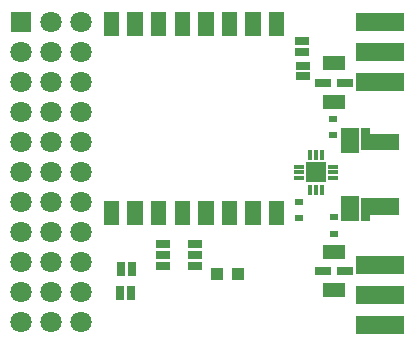
<source format=gbs>
G04 DipTrace Beta 2.3.5.2*
%INBankWank.GBS*%
%MOIN*%
%ADD28R,0.05X0.025*%
%ADD29R,0.0669X0.0669*%
%ADD32R,0.0433X0.0394*%
%ADD33R,0.0315X0.0197*%
%ADD37R,0.025X0.05*%
%ADD41R,0.16X0.06*%
%ADD79R,0.053X0.028*%
%ADD81R,0.075X0.045*%
%ADD83R,0.0473X0.0276*%
%ADD85O,0.0375X0.0158*%
%ADD87O,0.0158X0.0375*%
%ADD109C,0.0709*%
%ADD111R,0.0709X0.0709*%
%FSLAX44Y44*%
G04*
G70*
G90*
G75*
G01*
%LNBotMask*%
%LPD*%
D28*
X10213Y8883D3*
Y9237D3*
D111*
X812Y10687D3*
D109*
X1812D3*
X812Y9687D3*
X1812D3*
X812Y8687D3*
X1812D3*
X812Y7687D3*
X1812D3*
X812Y6687D3*
X1812D3*
X812Y5687D3*
X1812D3*
X812Y4687D3*
X1812D3*
X812Y3687D3*
X1812D3*
X812Y2687D3*
X1812D3*
X812Y1687D3*
X1812D3*
X812Y687D3*
X1812D3*
X2812Y10687D3*
Y9687D3*
Y8687D3*
Y7687D3*
Y6687D3*
Y5687D3*
Y4687D3*
Y3687D3*
Y2687D3*
Y1687D3*
Y687D3*
D33*
X11250Y4190D3*
Y3639D3*
X11230Y6920D3*
Y7471D3*
X10080Y4160D3*
Y4711D3*
D28*
X10200Y9706D3*
Y10060D3*
D37*
X4510Y2460D3*
X4156D3*
X4140Y1650D3*
X4494D3*
D32*
X8045Y2295D3*
X7375D3*
D41*
X12800Y2600D3*
Y1600D3*
Y600D3*
Y8700D3*
Y9700D3*
Y10700D3*
D87*
X10460Y6250D3*
X10657D3*
X10854D3*
D85*
X11228Y5876D3*
Y5679D3*
Y5482D3*
D87*
X10854Y5108D3*
X10657D3*
X10460D3*
D85*
X10086Y5482D3*
Y5679D3*
Y5876D3*
D29*
X10657Y5679D3*
D83*
X5550Y2550D3*
Y2924D3*
Y3298D3*
X6613D3*
Y2924D3*
Y2550D3*
D81*
X11250Y9313D3*
Y8033D3*
D79*
X10880Y8672D3*
X11620D3*
G36*
X9094Y3926D2*
X9606D1*
Y4714D1*
X9094D1*
Y3926D1*
G37*
G36*
X8307D2*
X8819D1*
Y4714D1*
X8307D1*
Y3926D1*
G37*
G36*
X7519D2*
X8031D1*
Y4714D1*
X7519D1*
Y3926D1*
G37*
G36*
X6732D2*
X7244D1*
Y4714D1*
X6732D1*
Y3926D1*
G37*
G36*
X5944D2*
X6456D1*
Y4714D1*
X5944D1*
Y3926D1*
G37*
G36*
X5157D2*
X5669D1*
Y4714D1*
X5157D1*
Y3926D1*
G37*
G36*
X4370D2*
X4881D1*
Y4714D1*
X4370D1*
Y3926D1*
G37*
G36*
X3582D2*
X4094D1*
Y4714D1*
X3582D1*
Y3926D1*
G37*
G36*
Y10226D2*
X4094D1*
Y11013D1*
X3582D1*
Y10226D1*
G37*
G36*
X4370D2*
X4881D1*
Y11013D1*
X4370D1*
Y10226D1*
G37*
G36*
X5157D2*
X5669D1*
Y11013D1*
X5157D1*
Y10226D1*
G37*
G36*
X5944D2*
X6456D1*
Y11013D1*
X5944D1*
Y10226D1*
G37*
G36*
X6732D2*
X7244D1*
Y11013D1*
X6732D1*
Y10226D1*
G37*
G36*
X7519D2*
X8031D1*
Y11013D1*
X7519D1*
Y10226D1*
G37*
G36*
X8307D2*
X8819D1*
Y11013D1*
X8307D1*
Y10226D1*
G37*
G36*
X9094D2*
X9606D1*
Y11013D1*
X9094D1*
Y10226D1*
G37*
D81*
X11250Y1750D3*
Y3030D3*
D79*
X11620Y2390D3*
X10880D3*
G36*
X11483Y7171D2*
X12097D1*
Y6343D1*
X11483D1*
Y7171D1*
G37*
G36*
X12156Y6412D2*
Y7171D1*
X12471D1*
Y6964D1*
X13436D1*
Y6412D1*
X12156D1*
G37*
G36*
X12471Y4267D2*
Y4060D1*
X12156D1*
Y4818D1*
X13436D1*
Y4267D1*
X12471D1*
G37*
G36*
X12097Y4060D2*
X11483D1*
Y4887D1*
X12097D1*
Y4060D1*
G37*
M02*

</source>
